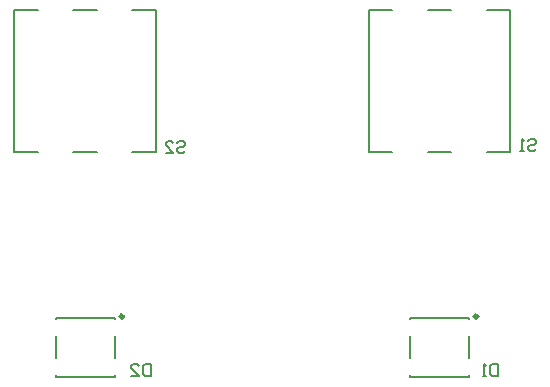
<source format=gbo>
G04*
G04 #@! TF.GenerationSoftware,Altium Limited,Altium Designer,24.8.2 (39)*
G04*
G04 Layer_Color=32896*
%FSAX44Y44*%
%MOMM*%
G71*
G04*
G04 #@! TF.SameCoordinates,797AAC5B-F729-46B2-8772-93C60BB36BBD*
G04*
G04*
G04 #@! TF.FilePolarity,Positive*
G04*
G01*
G75*
%ADD11C,0.2000*%
%ADD68C,0.3000*%
D11*
X00490000Y00560000D02*
X00510000D01*
X00490000Y00440000D02*
Y00560000D01*
Y00440000D02*
X00510000D01*
X00540000D02*
X00560000D01*
X00540000Y00560000D02*
X00560000D01*
X00590000D02*
X00610000D01*
Y00440000D02*
Y00560000D01*
X00590000Y00440000D02*
X00610000D01*
X00575000Y00266000D02*
Y00284000D01*
Y00299000D02*
Y00300000D01*
X00525000D02*
X00575000D01*
X00525000Y00299000D02*
Y00300000D01*
Y00266000D02*
Y00284000D01*
Y00250000D02*
Y00251000D01*
X00575000Y00250000D02*
Y00251000D01*
X00525000Y00250000D02*
X00575000D01*
X00275000Y00266000D02*
Y00284000D01*
Y00299000D02*
Y00300000D01*
X00225000D02*
X00275000D01*
X00225000Y00299000D02*
Y00300000D01*
Y00266000D02*
Y00284000D01*
Y00250000D02*
Y00251000D01*
X00275000Y00250000D02*
Y00251000D01*
X00225000Y00250000D02*
X00275000D01*
X00190000Y00560000D02*
X00210000D01*
X00190000Y00440000D02*
Y00560000D01*
Y00440000D02*
X00210000D01*
X00240000D02*
X00260000D01*
X00240000Y00560000D02*
X00260000D01*
X00290000D02*
X00310000D01*
Y00440000D02*
Y00560000D01*
X00290000Y00440000D02*
X00310000D01*
X00328056Y00447832D02*
X00329722Y00449498D01*
X00333055D01*
X00334721Y00447832D01*
Y00446166D01*
X00333055Y00444500D01*
X00329722D01*
X00328056Y00442834D01*
Y00441168D01*
X00329722Y00439502D01*
X00333055D01*
X00334721Y00441168D01*
X00318059Y00439502D02*
X00324724D01*
X00318059Y00446166D01*
Y00447832D01*
X00319725Y00449498D01*
X00323058D01*
X00324724Y00447832D01*
X00624840Y00449102D02*
X00626506Y00450768D01*
X00629838D01*
X00631505Y00449102D01*
Y00447436D01*
X00629838Y00445770D01*
X00626506D01*
X00624840Y00444104D01*
Y00442438D01*
X00626506Y00440772D01*
X00629838D01*
X00631505Y00442438D01*
X00621508Y00440772D02*
X00618176D01*
X00619842D01*
Y00450768D01*
X00621508Y00449102D01*
X00305511Y00260268D02*
Y00250272D01*
X00300512D01*
X00298846Y00251938D01*
Y00258602D01*
X00300512Y00260268D01*
X00305511D01*
X00288849Y00250272D02*
X00295514D01*
X00288849Y00256936D01*
Y00258602D01*
X00290515Y00260268D01*
X00293848D01*
X00295514Y00258602D01*
X00599754Y00260268D02*
Y00250272D01*
X00594756D01*
X00593090Y00251938D01*
Y00258602D01*
X00594756Y00260268D01*
X00599754D01*
X00589758Y00250272D02*
X00586426D01*
X00588092D01*
Y00260268D01*
X00589758Y00258602D01*
D68*
X00582500Y00301000D02*
G03*
X00582500Y00301000I-00001500J00000000D01*
G01*
X00282500D02*
G03*
X00282500Y00301000I-00001500J00000000D01*
G01*
M02*

</source>
